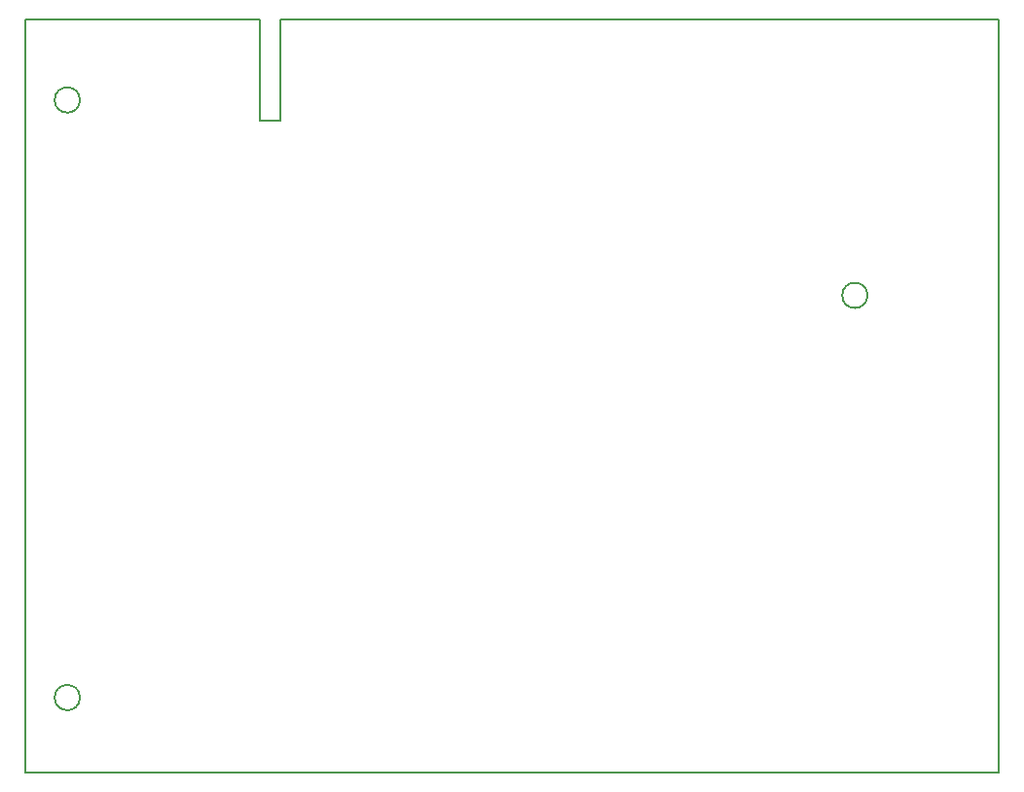
<source format=gm1>
G04 #@! TF.GenerationSoftware,KiCad,Pcbnew,(6.0.11)*
G04 #@! TF.CreationDate,2023-05-12T09:27:08+02:00*
G04 #@! TF.ProjectId,DandaCartBase,44616e64-6143-4617-9274-426173652e6b,rev?*
G04 #@! TF.SameCoordinates,Original*
G04 #@! TF.FileFunction,Profile,NP*
%FSLAX46Y46*%
G04 Gerber Fmt 4.6, Leading zero omitted, Abs format (unit mm)*
G04 Created by KiCad (PCBNEW (6.0.11)) date 2023-05-12 09:27:08*
%MOMM*%
%LPD*%
G01*
G04 APERTURE LIST*
G04 #@! TA.AperFunction,Profile*
%ADD10C,0.150000*%
G04 #@! TD*
G04 APERTURE END LIST*
D10*
X111356000Y-55000000D02*
X131747000Y-55000000D01*
X184600000Y-79000000D02*
G75*
G03*
X184600000Y-79000000I-1100000J0D01*
G01*
X196000000Y-120500000D02*
X111342000Y-120500000D01*
X116100000Y-62000000D02*
G75*
G03*
X116100000Y-62000000I-1100000J0D01*
G01*
X116100000Y-114000000D02*
G75*
G03*
X116100000Y-114000000I-1100000J0D01*
G01*
X131747000Y-63765000D02*
X133525000Y-63765000D01*
X111342000Y-120500000D02*
X111356000Y-55000000D01*
X133525000Y-55000000D02*
X196000000Y-55000000D01*
X131747000Y-55000000D02*
X131747000Y-63765000D01*
X133525000Y-63765000D02*
X133525000Y-55000000D01*
X196000000Y-55000000D02*
X196000000Y-120500000D01*
M02*

</source>
